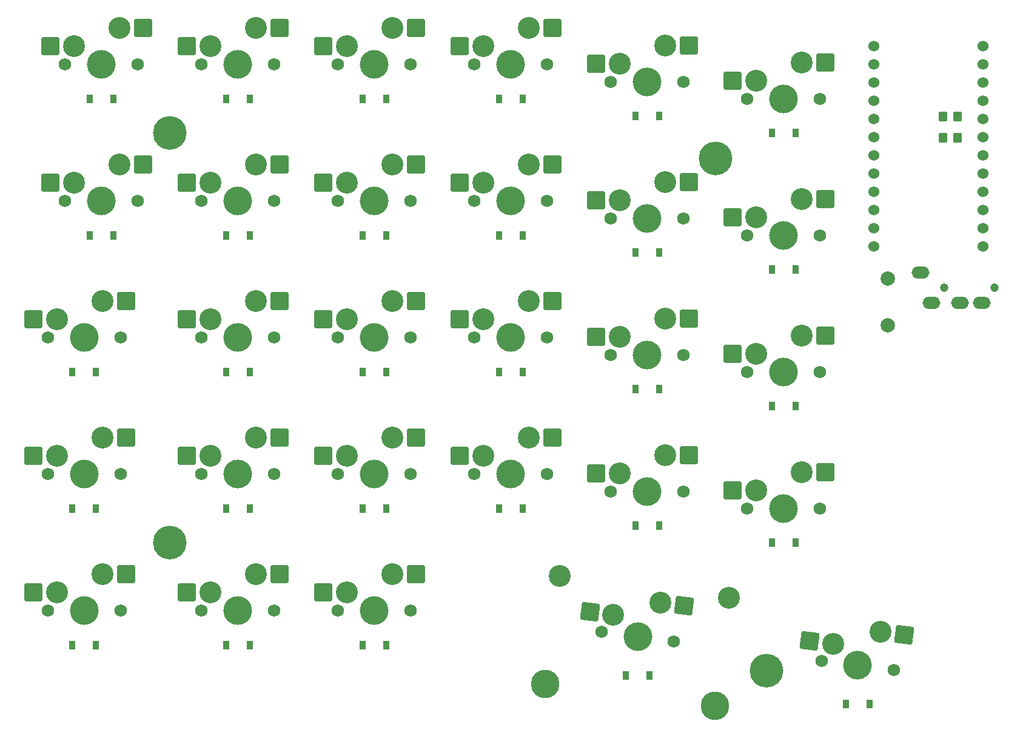
<source format=gbr>
%TF.GenerationSoftware,KiCad,Pcbnew,(6.0.4)*%
%TF.CreationDate,2022-10-11T17:38:10-05:00*%
%TF.ProjectId,GummyKey_Left,47756d6d-794b-4657-995f-4c6566742e6b,rev?*%
%TF.SameCoordinates,Original*%
%TF.FileFunction,Soldermask,Bot*%
%TF.FilePolarity,Negative*%
%FSLAX46Y46*%
G04 Gerber Fmt 4.6, Leading zero omitted, Abs format (unit mm)*
G04 Created by KiCad (PCBNEW (6.0.4)) date 2022-10-11 17:38:10*
%MOMM*%
%LPD*%
G01*
G04 APERTURE LIST*
G04 Aperture macros list*
%AMRoundRect*
0 Rectangle with rounded corners*
0 $1 Rounding radius*
0 $2 $3 $4 $5 $6 $7 $8 $9 X,Y pos of 4 corners*
0 Add a 4 corners polygon primitive as box body*
4,1,4,$2,$3,$4,$5,$6,$7,$8,$9,$2,$3,0*
0 Add four circle primitives for the rounded corners*
1,1,$1+$1,$2,$3*
1,1,$1+$1,$4,$5*
1,1,$1+$1,$6,$7*
1,1,$1+$1,$8,$9*
0 Add four rect primitives between the rounded corners*
20,1,$1+$1,$2,$3,$4,$5,0*
20,1,$1+$1,$4,$5,$6,$7,0*
20,1,$1+$1,$6,$7,$8,$9,0*
20,1,$1+$1,$8,$9,$2,$3,0*%
G04 Aperture macros list end*
%ADD10C,4.700000*%
%ADD11C,1.750000*%
%ADD12C,4.000000*%
%ADD13C,3.050000*%
%ADD14RoundRect,0.250000X-1.025000X-1.000000X1.025000X-1.000000X1.025000X1.000000X-1.025000X1.000000X0*%
%ADD15C,1.524000*%
%ADD16C,3.048000*%
%ADD17C,3.987800*%
%ADD18RoundRect,0.250000X-1.146757X-0.857656X0.885705X-1.125234X1.146757X0.857656X-0.885705X1.125234X0*%
%ADD19C,2.000000*%
%ADD20C,1.200000*%
%ADD21O,2.500000X1.700000*%
%ADD22R,0.900000X1.200000*%
%ADD23RoundRect,0.250000X-0.350000X-0.450000X0.350000X-0.450000X0.350000X0.450000X-0.350000X0.450000X0*%
G04 APERTURE END LIST*
D10*
%TO.C,TH3*%
X100012500Y-64293750D03*
%TD*%
D11*
%TO.C,K18*%
X180657500Y-97631250D03*
D12*
X185737500Y-97631250D03*
D13*
X181927500Y-95091250D03*
X188277500Y-92551250D03*
D11*
X190817500Y-97631250D03*
D14*
X178652500Y-95091250D03*
X191579500Y-92551250D03*
%TD*%
D11*
%TO.C,K1*%
X85407500Y-54768750D03*
X95567500Y-54768750D03*
D13*
X86677500Y-52228750D03*
X93027500Y-49688750D03*
D12*
X90487500Y-54768750D03*
D14*
X83402500Y-52228750D03*
X96329500Y-49688750D03*
%TD*%
D12*
%TO.C,K10*%
X147637500Y-73818750D03*
D11*
X152717500Y-73818750D03*
D13*
X143827500Y-71278750D03*
X150177500Y-68738750D03*
D11*
X142557500Y-73818750D03*
D14*
X140552500Y-71278750D03*
X153479500Y-68738750D03*
%TD*%
D11*
%TO.C,K2*%
X114617500Y-54768750D03*
D12*
X109537500Y-54768750D03*
D13*
X105727500Y-52228750D03*
X112077500Y-49688750D03*
D11*
X104457500Y-54768750D03*
D14*
X102452500Y-52228750D03*
X115379500Y-49688750D03*
%TD*%
D11*
%TO.C,K23*%
X171767500Y-114300000D03*
D13*
X162877500Y-111760000D03*
X169227500Y-109220000D03*
D12*
X166687500Y-114300000D03*
D11*
X161607500Y-114300000D03*
D14*
X159602500Y-111760000D03*
X172529500Y-109220000D03*
%TD*%
D12*
%TO.C,K27*%
X128587500Y-130968750D03*
D13*
X124777500Y-128428750D03*
D11*
X123507500Y-130968750D03*
X133667500Y-130968750D03*
D13*
X131127500Y-125888750D03*
D14*
X121502500Y-128428750D03*
X134429500Y-125888750D03*
%TD*%
D13*
%TO.C,K6*%
X188277500Y-54451250D03*
D12*
X185737500Y-59531250D03*
D13*
X181927500Y-56991250D03*
D11*
X190817500Y-59531250D03*
X180657500Y-59531250D03*
D14*
X178652500Y-56991250D03*
X191579500Y-54451250D03*
%TD*%
D15*
%TO.C,U1*%
X213611400Y-52197000D03*
X213611400Y-54737000D03*
X213611400Y-57277000D03*
X213611400Y-59817000D03*
X213611400Y-62357000D03*
X213611400Y-64897000D03*
X213611400Y-67437000D03*
X213611400Y-69977000D03*
X213611400Y-72517000D03*
X213611400Y-75057000D03*
X213611400Y-77597000D03*
X213611400Y-80137000D03*
X198391400Y-80137000D03*
X198391400Y-77597000D03*
X198391400Y-75057000D03*
X198391400Y-72517000D03*
X198391400Y-69977000D03*
X198391400Y-67437000D03*
X198391400Y-64897000D03*
X198391400Y-62357000D03*
X198391400Y-59817000D03*
X198391400Y-57277000D03*
X198391400Y-54737000D03*
X198391400Y-52197000D03*
%TD*%
D16*
%TO.C,REF\u002A\u002A*%
X178147674Y-129187319D03*
D17*
X176162371Y-144267196D03*
X152490633Y-141150752D03*
D16*
X154475937Y-126070876D03*
%TD*%
D11*
%TO.C,K29*%
X201128035Y-139258015D03*
D12*
X196091495Y-138594942D03*
D13*
X192645627Y-135579367D03*
D11*
X191054955Y-137931869D03*
D13*
X199272838Y-133889939D03*
D18*
X189398645Y-135151894D03*
X202546589Y-134320936D03*
%TD*%
D11*
%TO.C,K28*%
X160363540Y-133891267D03*
D13*
X161954212Y-131538765D03*
X168581423Y-129849337D03*
D11*
X170436620Y-135217413D03*
D12*
X165400080Y-134554340D03*
D18*
X158707230Y-131111292D03*
X171855174Y-130280334D03*
%TD*%
D12*
%TO.C,K24*%
X185737500Y-116681250D03*
D13*
X188277500Y-111601250D03*
D11*
X190817500Y-116681250D03*
D13*
X181927500Y-114141250D03*
D11*
X180657500Y-116681250D03*
D14*
X178652500Y-114141250D03*
X191579500Y-111601250D03*
%TD*%
D11*
%TO.C,K25*%
X83026250Y-130968750D03*
X93186250Y-130968750D03*
D13*
X90646250Y-125888750D03*
D12*
X88106250Y-130968750D03*
D13*
X84296250Y-128428750D03*
D14*
X81021250Y-128428750D03*
X93948250Y-125888750D03*
%TD*%
D11*
%TO.C,K9*%
X123507500Y-73818750D03*
D13*
X124777500Y-71278750D03*
D11*
X133667500Y-73818750D03*
D12*
X128587500Y-73818750D03*
D13*
X131127500Y-68738750D03*
D14*
X121502500Y-71278750D03*
X134429500Y-68738750D03*
%TD*%
D11*
%TO.C,K5*%
X171767500Y-57150000D03*
D12*
X166687500Y-57150000D03*
D13*
X169227500Y-52070000D03*
D11*
X161607500Y-57150000D03*
D13*
X162877500Y-54610000D03*
D14*
X159602500Y-54610000D03*
X172529500Y-52070000D03*
%TD*%
D12*
%TO.C,K20*%
X109537500Y-111918750D03*
D11*
X104457500Y-111918750D03*
D13*
X105727500Y-109378750D03*
D11*
X114617500Y-111918750D03*
D13*
X112077500Y-106838750D03*
D14*
X102452500Y-109378750D03*
X115379500Y-106838750D03*
%TD*%
D11*
%TO.C,K22*%
X152717500Y-111918750D03*
D13*
X143827500Y-109378750D03*
D12*
X147637500Y-111918750D03*
D13*
X150177500Y-106838750D03*
D11*
X142557500Y-111918750D03*
D14*
X140552500Y-109378750D03*
X153479500Y-106838750D03*
%TD*%
D11*
%TO.C,K11*%
X161607500Y-76200000D03*
D13*
X162877500Y-73660000D03*
X169227500Y-71120000D03*
D11*
X171767500Y-76200000D03*
D12*
X166687500Y-76200000D03*
D14*
X159602500Y-73660000D03*
X172529500Y-71120000D03*
%TD*%
D19*
%TO.C,SW1*%
X200293750Y-84656250D03*
X200293750Y-91156250D03*
%TD*%
D11*
%TO.C,K17*%
X171767500Y-95250000D03*
D13*
X169227500Y-90170000D03*
D11*
X161607500Y-95250000D03*
D13*
X162877500Y-92710000D03*
D12*
X166687500Y-95250000D03*
D14*
X159602500Y-92710000D03*
X172529500Y-90170000D03*
%TD*%
D12*
%TO.C,K3*%
X128587500Y-54768750D03*
D11*
X123507500Y-54768750D03*
X133667500Y-54768750D03*
D13*
X124777500Y-52228750D03*
X131127500Y-49688750D03*
D14*
X121502500Y-52228750D03*
X134429500Y-49688750D03*
%TD*%
D10*
%TO.C,TH3*%
X176212500Y-67865625D03*
%TD*%
D11*
%TO.C,K14*%
X104457500Y-92868750D03*
D13*
X112077500Y-87788750D03*
D11*
X114617500Y-92868750D03*
D12*
X109537500Y-92868750D03*
D13*
X105727500Y-90328750D03*
D14*
X102452500Y-90328750D03*
X115379500Y-87788750D03*
%TD*%
D11*
%TO.C,K7*%
X95567500Y-73818750D03*
X85407500Y-73818750D03*
D13*
X93027500Y-68738750D03*
X86677500Y-71278750D03*
D12*
X90487500Y-73818750D03*
D14*
X83402500Y-71278750D03*
X96329500Y-68738750D03*
%TD*%
D11*
%TO.C,K15*%
X123507500Y-92868750D03*
X133667500Y-92868750D03*
D13*
X124777500Y-90328750D03*
X131127500Y-87788750D03*
D12*
X128587500Y-92868750D03*
D14*
X121502500Y-90328750D03*
X134429500Y-87788750D03*
%TD*%
D13*
%TO.C,K19*%
X90646250Y-106838750D03*
X84296250Y-109378750D03*
D12*
X88106250Y-111918750D03*
D11*
X83026250Y-111918750D03*
X93186250Y-111918750D03*
D14*
X81021250Y-109378750D03*
X93948250Y-106838750D03*
%TD*%
D10*
%TO.C,TH3*%
X100012500Y-121443750D03*
%TD*%
D11*
%TO.C,K12*%
X190817500Y-78581250D03*
D13*
X181927500Y-76041250D03*
X188277500Y-73501250D03*
D11*
X180657500Y-78581250D03*
D12*
X185737500Y-78581250D03*
D14*
X178652500Y-76041250D03*
X191579500Y-73501250D03*
%TD*%
D20*
%TO.C,J1*%
X208193750Y-85906250D03*
X215193750Y-85906250D03*
D21*
X206393750Y-88006250D03*
X210393750Y-88006250D03*
X213393750Y-88006250D03*
X204893750Y-83806250D03*
%TD*%
D11*
%TO.C,K8*%
X114617500Y-73818750D03*
X104457500Y-73818750D03*
D13*
X112077500Y-68738750D03*
X105727500Y-71278750D03*
D12*
X109537500Y-73818750D03*
D14*
X102452500Y-71278750D03*
X115379500Y-68738750D03*
%TD*%
D13*
%TO.C,K4*%
X143827500Y-52228750D03*
X150177500Y-49688750D03*
D12*
X147637500Y-54768750D03*
D11*
X152717500Y-54768750D03*
X142557500Y-54768750D03*
D14*
X140552500Y-52228750D03*
X153479500Y-49688750D03*
%TD*%
D13*
%TO.C,K21*%
X124777500Y-109378750D03*
D11*
X133667500Y-111918750D03*
X123507500Y-111918750D03*
D13*
X131127500Y-106838750D03*
D12*
X128587500Y-111918750D03*
D14*
X121502500Y-109378750D03*
X134429500Y-106838750D03*
%TD*%
D11*
%TO.C,K13*%
X83026250Y-92868750D03*
D13*
X90646250Y-87788750D03*
D11*
X93186250Y-92868750D03*
D13*
X84296250Y-90328750D03*
D12*
X88106250Y-92868750D03*
D14*
X81021250Y-90328750D03*
X93948250Y-87788750D03*
%TD*%
D11*
%TO.C,K26*%
X104457500Y-130968750D03*
D12*
X109537500Y-130968750D03*
D11*
X114617500Y-130968750D03*
D13*
X105727500Y-128428750D03*
X112077500Y-125888750D03*
D14*
X102452500Y-128428750D03*
X115379500Y-125888750D03*
%TD*%
D10*
%TO.C,TH3*%
X183356250Y-139303125D03*
%TD*%
D13*
%TO.C,K16*%
X150177500Y-87788750D03*
D11*
X152717500Y-92868750D03*
X142557500Y-92868750D03*
D13*
X143827500Y-90328750D03*
D12*
X147637500Y-92868750D03*
D14*
X140552500Y-90328750D03*
X153479500Y-87788750D03*
%TD*%
D22*
%TO.C,D20*%
X107887500Y-116681250D03*
X111187500Y-116681250D03*
%TD*%
%TO.C,D11*%
X165037500Y-80962500D03*
X168337500Y-80962500D03*
%TD*%
%TO.C,D7*%
X88837500Y-78581250D03*
X92137500Y-78581250D03*
%TD*%
%TO.C,D1*%
X88837500Y-59531250D03*
X92137500Y-59531250D03*
%TD*%
%TO.C,D10*%
X145987500Y-78581250D03*
X149287500Y-78581250D03*
%TD*%
%TO.C,D26*%
X107887500Y-135731250D03*
X111187500Y-135731250D03*
%TD*%
%TO.C,D4*%
X145987500Y-59531250D03*
X149287500Y-59531250D03*
%TD*%
%TO.C,D15*%
X126937500Y-97631250D03*
X130237500Y-97631250D03*
%TD*%
D23*
%TO.C,R1*%
X208000000Y-62000000D03*
X210000000Y-62000000D03*
%TD*%
D22*
%TO.C,D24*%
X184087500Y-121443750D03*
X187387500Y-121443750D03*
%TD*%
%TO.C,D28*%
X163750080Y-140000000D03*
X167050080Y-140000000D03*
%TD*%
%TO.C,D19*%
X86456250Y-116681250D03*
X89756250Y-116681250D03*
%TD*%
%TO.C,D9*%
X126937500Y-78581250D03*
X130237500Y-78581250D03*
%TD*%
%TO.C,D8*%
X107887500Y-78581250D03*
X111187500Y-78581250D03*
%TD*%
%TO.C,D16*%
X145987500Y-97631250D03*
X149287500Y-97631250D03*
%TD*%
%TO.C,D12*%
X184087500Y-83343750D03*
X187387500Y-83343750D03*
%TD*%
%TO.C,D3*%
X126937500Y-59531250D03*
X130237500Y-59531250D03*
%TD*%
%TO.C,D2*%
X107887500Y-59531250D03*
X111187500Y-59531250D03*
%TD*%
%TO.C,D29*%
X194441495Y-144000000D03*
X197741495Y-144000000D03*
%TD*%
%TO.C,D18*%
X184087500Y-102393750D03*
X187387500Y-102393750D03*
%TD*%
%TO.C,D14*%
X107887500Y-97631250D03*
X111187500Y-97631250D03*
%TD*%
%TO.C,D22*%
X145987500Y-116681250D03*
X149287500Y-116681250D03*
%TD*%
%TO.C,D23*%
X165037500Y-119062500D03*
X168337500Y-119062500D03*
%TD*%
%TO.C,D5*%
X165037500Y-61912500D03*
X168337500Y-61912500D03*
%TD*%
D23*
%TO.C,R2*%
X208000000Y-65000000D03*
X210000000Y-65000000D03*
%TD*%
D22*
%TO.C,D21*%
X126937500Y-116681250D03*
X130237500Y-116681250D03*
%TD*%
%TO.C,D27*%
X126937500Y-135731250D03*
X130237500Y-135731250D03*
%TD*%
%TO.C,D13*%
X86456250Y-97631250D03*
X89756250Y-97631250D03*
%TD*%
%TO.C,D17*%
X165037500Y-100012500D03*
X168337500Y-100012500D03*
%TD*%
%TO.C,D25*%
X86456250Y-135731250D03*
X89756250Y-135731250D03*
%TD*%
%TO.C,D6*%
X184087500Y-64293750D03*
X187387500Y-64293750D03*
%TD*%
M02*

</source>
